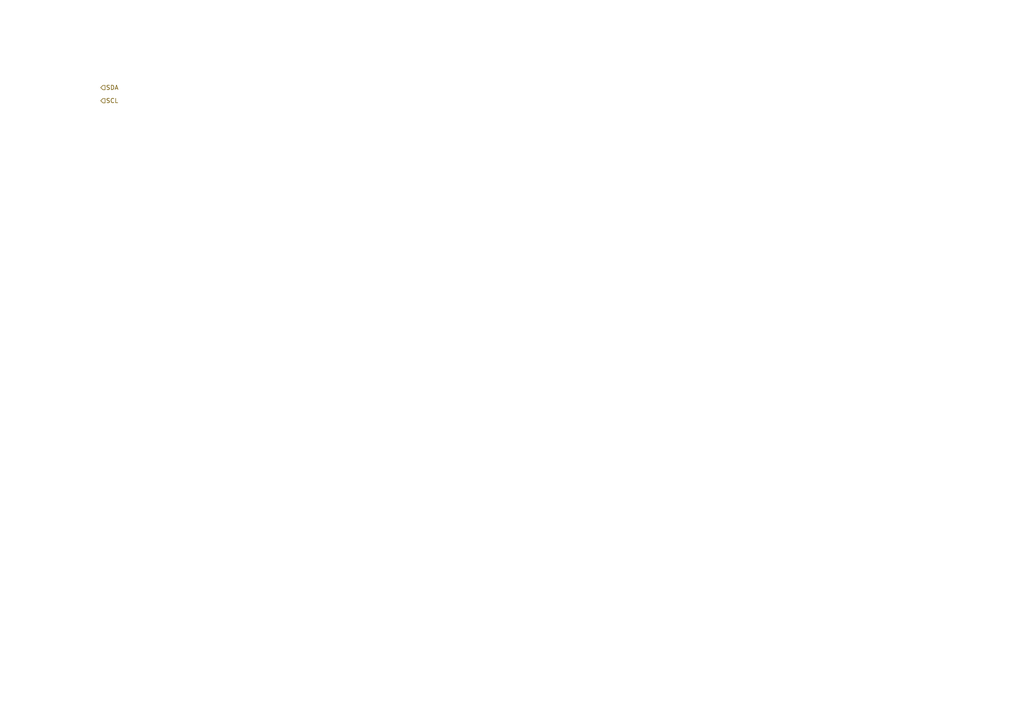
<source format=kicad_sch>
(kicad_sch
	(version 20250114)
	(generator "eeschema")
	(generator_version "9.0")
	(uuid "01338185-8375-43ff-9fb2-c8a929b5258f")
	(paper "A4")
	(lib_symbols)
	(hierarchical_label "SDA"
		(shape input)
		(at 29.21 25.4 0)
		(effects
			(font
				(size 1.27 1.27)
			)
			(justify left)
		)
		(uuid "0cb6fdf4-00a3-4507-90e9-e6edde81c3b5")
	)
	(hierarchical_label "SCL"
		(shape input)
		(at 29.21 29.21 0)
		(effects
			(font
				(size 1.27 1.27)
			)
			(justify left)
		)
		(uuid "752288a7-4150-4af4-b4fc-2bb8880484ed")
	)
)

</source>
